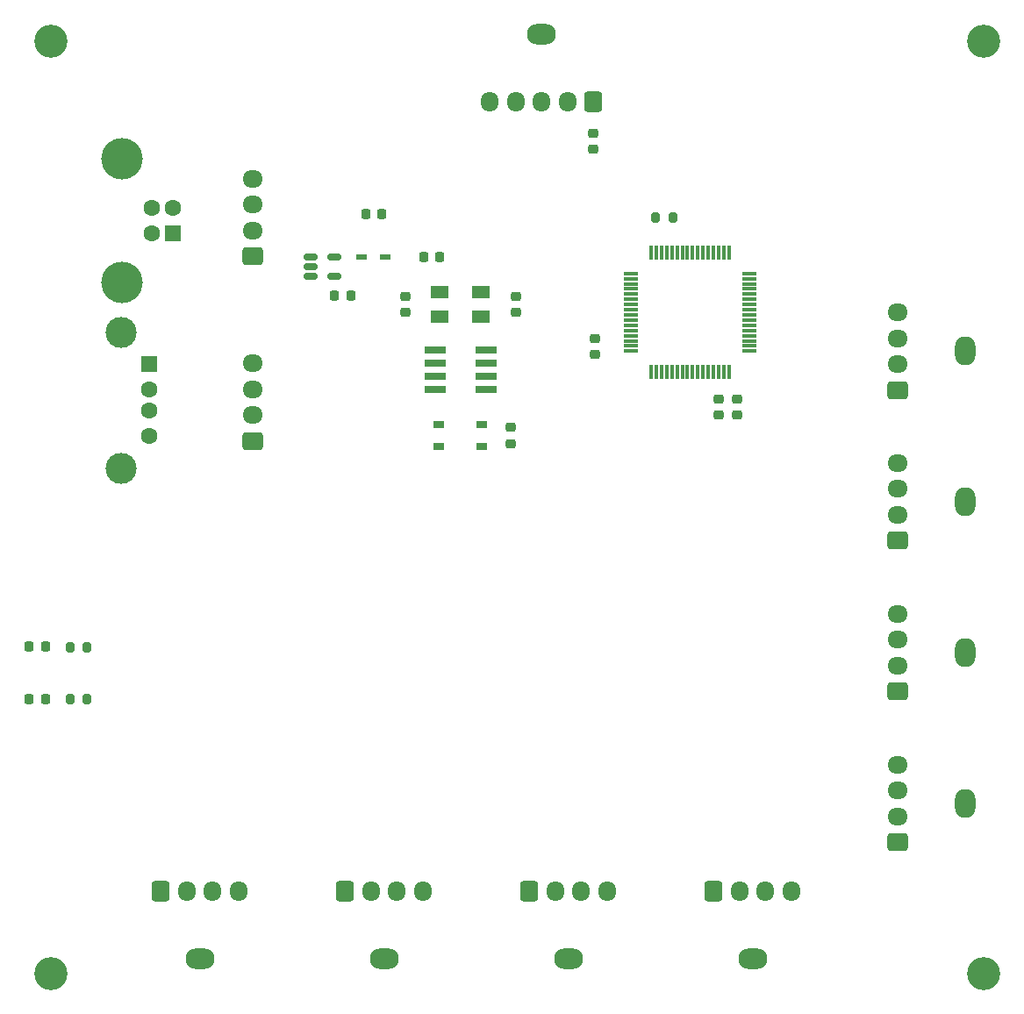
<source format=gts>
%TF.GenerationSoftware,KiCad,Pcbnew,7.0.7*%
%TF.CreationDate,2024-02-18T11:13:52+09:00*%
%TF.ProjectId,ALTAIR_MDD_V1-backups,414c5441-4952-45f4-9d44-445f56312d62,rev?*%
%TF.SameCoordinates,Original*%
%TF.FileFunction,Soldermask,Top*%
%TF.FilePolarity,Negative*%
%FSLAX46Y46*%
G04 Gerber Fmt 4.6, Leading zero omitted, Abs format (unit mm)*
G04 Created by KiCad (PCBNEW 7.0.7) date 2024-02-18 11:13:52*
%MOMM*%
%LPD*%
G01*
G04 APERTURE LIST*
G04 Aperture macros list*
%AMRoundRect*
0 Rectangle with rounded corners*
0 $1 Rounding radius*
0 $2 $3 $4 $5 $6 $7 $8 $9 X,Y pos of 4 corners*
0 Add a 4 corners polygon primitive as box body*
4,1,4,$2,$3,$4,$5,$6,$7,$8,$9,$2,$3,0*
0 Add four circle primitives for the rounded corners*
1,1,$1+$1,$2,$3*
1,1,$1+$1,$4,$5*
1,1,$1+$1,$6,$7*
1,1,$1+$1,$8,$9*
0 Add four rect primitives between the rounded corners*
20,1,$1+$1,$2,$3,$4,$5,0*
20,1,$1+$1,$4,$5,$6,$7,0*
20,1,$1+$1,$6,$7,$8,$9,0*
20,1,$1+$1,$8,$9,$2,$3,0*%
G04 Aperture macros list end*
%ADD10O,2.000000X2.800000*%
%ADD11RoundRect,0.250000X0.725000X-0.600000X0.725000X0.600000X-0.725000X0.600000X-0.725000X-0.600000X0*%
%ADD12O,1.950000X1.700000*%
%ADD13R,1.085000X0.550000*%
%ADD14RoundRect,0.225000X-0.250000X0.225000X-0.250000X-0.225000X0.250000X-0.225000X0.250000X0.225000X0*%
%ADD15O,2.800000X2.000000*%
%ADD16RoundRect,0.250000X-0.600000X-0.725000X0.600000X-0.725000X0.600000X0.725000X-0.600000X0.725000X0*%
%ADD17O,1.700000X1.950000*%
%ADD18R,1.800000X1.200000*%
%ADD19RoundRect,0.200000X-0.200000X-0.275000X0.200000X-0.275000X0.200000X0.275000X-0.200000X0.275000X0*%
%ADD20RoundRect,0.225000X0.250000X-0.225000X0.250000X0.225000X-0.250000X0.225000X-0.250000X-0.225000X0*%
%ADD21RoundRect,0.218750X-0.218750X-0.256250X0.218750X-0.256250X0.218750X0.256250X-0.218750X0.256250X0*%
%ADD22R,1.500000X1.600000*%
%ADD23C,1.600000*%
%ADD24C,3.000000*%
%ADD25C,3.200000*%
%ADD26R,1.475000X0.300000*%
%ADD27R,0.300000X1.475000*%
%ADD28RoundRect,0.225000X-0.225000X-0.250000X0.225000X-0.250000X0.225000X0.250000X-0.225000X0.250000X0*%
%ADD29R,1.600000X1.600000*%
%ADD30C,4.000000*%
%ADD31RoundRect,0.150000X-0.512500X-0.150000X0.512500X-0.150000X0.512500X0.150000X-0.512500X0.150000X0*%
%ADD32RoundRect,0.250000X0.600000X0.725000X-0.600000X0.725000X-0.600000X-0.725000X0.600000X-0.725000X0*%
%ADD33R,1.050000X0.650000*%
%ADD34RoundRect,0.050800X0.985000X0.295000X-0.985000X0.295000X-0.985000X-0.295000X0.985000X-0.295000X0*%
G04 APERTURE END LIST*
D10*
%TO.C,J4*%
X198270000Y-79950000D03*
D11*
X191770000Y-83700000D03*
D12*
X191770000Y-81200000D03*
X191770000Y-78700000D03*
X191770000Y-76200000D03*
%TD*%
D10*
%TO.C,J3*%
X198270000Y-94500000D03*
D11*
X191770000Y-98250000D03*
D12*
X191770000Y-95750000D03*
X191770000Y-93250000D03*
X191770000Y-90750000D03*
%TD*%
D10*
%TO.C,J2*%
X198270000Y-109050000D03*
D11*
X191770000Y-112800000D03*
D12*
X191770000Y-110300000D03*
X191770000Y-107800000D03*
X191770000Y-105300000D03*
%TD*%
D10*
%TO.C,J1*%
X198270000Y-123600000D03*
D11*
X191770000Y-127350000D03*
D12*
X191770000Y-124850000D03*
X191770000Y-122350000D03*
X191770000Y-119850000D03*
%TD*%
D13*
%TO.C,D1*%
X142304700Y-70876200D03*
X140024700Y-70876200D03*
%TD*%
D14*
%TO.C,C7*%
X176276000Y-84582000D03*
X176276000Y-86132000D03*
%TD*%
D15*
%TO.C,J5*%
X124400000Y-138580000D03*
D16*
X120650000Y-132080000D03*
D17*
X123150000Y-132080000D03*
X125650000Y-132080000D03*
X128150000Y-132080000D03*
%TD*%
D18*
%TO.C,Q1*%
X151563000Y-74251000D03*
X147563000Y-74251000D03*
X147563000Y-76651000D03*
X151563000Y-76651000D03*
%TD*%
D19*
%TO.C,R1*%
X111888000Y-108518000D03*
X113538000Y-108518000D03*
%TD*%
D20*
%TO.C,C1*%
X154940000Y-76215000D03*
X154940000Y-74665000D03*
%TD*%
D21*
%TO.C,LED1*%
X107915500Y-108458000D03*
X109490500Y-108458000D03*
%TD*%
D22*
%TO.C,J11*%
X119550000Y-81175000D03*
D23*
X119550000Y-83675000D03*
X119550000Y-85675000D03*
X119550000Y-88175000D03*
D24*
X116840000Y-78105000D03*
X116840000Y-91245000D03*
%TD*%
D19*
%TO.C,R4*%
X168402000Y-67056000D03*
X170052000Y-67056000D03*
%TD*%
D11*
%TO.C,J14*%
X129540000Y-70805000D03*
D12*
X129540000Y-68305000D03*
X129540000Y-65805000D03*
X129540000Y-63305000D03*
%TD*%
D25*
%TO.C,REF\u002A\u002A*%
X200000000Y-50000000D03*
%TD*%
D15*
%TO.C,J8*%
X177740000Y-138580000D03*
D16*
X173990000Y-132080000D03*
D17*
X176490000Y-132080000D03*
X178990000Y-132080000D03*
X181490000Y-132080000D03*
%TD*%
D14*
%TO.C,C4*%
X162400000Y-58928000D03*
X162400000Y-60478000D03*
%TD*%
D26*
%TO.C,U3*%
X165966000Y-72450000D03*
X165966000Y-72950000D03*
X165966000Y-73450000D03*
X165966000Y-73950000D03*
X165966000Y-74450000D03*
X165966000Y-74950000D03*
X165966000Y-75450000D03*
X165966000Y-75950000D03*
X165966000Y-76450000D03*
X165966000Y-76950000D03*
X165966000Y-77450000D03*
X165966000Y-77950000D03*
X165966000Y-78450000D03*
X165966000Y-78950000D03*
X165966000Y-79450000D03*
X165966000Y-79950000D03*
D27*
X167954000Y-81938000D03*
X168454000Y-81938000D03*
X168954000Y-81938000D03*
X169454000Y-81938000D03*
X169954000Y-81938000D03*
X170454000Y-81938000D03*
X170954000Y-81938000D03*
X171454000Y-81938000D03*
X171954000Y-81938000D03*
X172454000Y-81938000D03*
X172954000Y-81938000D03*
X173454000Y-81938000D03*
X173954000Y-81938000D03*
X174454000Y-81938000D03*
X174954000Y-81938000D03*
X175454000Y-81938000D03*
D26*
X177442000Y-79950000D03*
X177442000Y-79450000D03*
X177442000Y-78950000D03*
X177442000Y-78450000D03*
X177442000Y-77950000D03*
X177442000Y-77450000D03*
X177442000Y-76950000D03*
X177442000Y-76450000D03*
X177442000Y-75950000D03*
X177442000Y-75450000D03*
X177442000Y-74950000D03*
X177442000Y-74450000D03*
X177442000Y-73950000D03*
X177442000Y-73450000D03*
X177442000Y-72950000D03*
X177442000Y-72450000D03*
D27*
X175454000Y-70462000D03*
X174954000Y-70462000D03*
X174454000Y-70462000D03*
X173954000Y-70462000D03*
X173454000Y-70462000D03*
X172954000Y-70462000D03*
X172454000Y-70462000D03*
X171954000Y-70462000D03*
X171454000Y-70462000D03*
X170954000Y-70462000D03*
X170454000Y-70462000D03*
X169954000Y-70462000D03*
X169454000Y-70462000D03*
X168954000Y-70462000D03*
X168454000Y-70462000D03*
X167954000Y-70462000D03*
%TD*%
D28*
%TO.C,C5*%
X146024000Y-70866000D03*
X147574000Y-70866000D03*
%TD*%
D29*
%TO.C,J12*%
X121787500Y-68595000D03*
D23*
X121787500Y-66095000D03*
X119787500Y-66095000D03*
X119787500Y-68595000D03*
D30*
X116927500Y-73345000D03*
X116927500Y-61345000D03*
%TD*%
D31*
%TO.C,U1*%
X135128000Y-70866000D03*
X135128000Y-71816000D03*
X135128000Y-72766000D03*
X137403000Y-72766000D03*
X137403000Y-70866000D03*
%TD*%
D21*
%TO.C,LED2*%
X107915500Y-113538000D03*
X109490500Y-113538000D03*
%TD*%
D15*
%TO.C,J10*%
X157400000Y-49380000D03*
D32*
X162400000Y-55880000D03*
D17*
X159900000Y-55880000D03*
X157400000Y-55880000D03*
X154900000Y-55880000D03*
X152400000Y-55880000D03*
%TD*%
D11*
%TO.C,J13*%
X129540000Y-88645000D03*
D12*
X129540000Y-86145000D03*
X129540000Y-83645000D03*
X129540000Y-81145000D03*
%TD*%
D25*
%TO.C,REF\u002A\u002A*%
X200000000Y-140000000D03*
%TD*%
%TO.C,REF\u002A\u002A*%
X110000000Y-50000000D03*
%TD*%
D33*
%TO.C,S1*%
X147488000Y-87006000D03*
X151638000Y-87006000D03*
X147488000Y-89156000D03*
X151638000Y-89156000D03*
%TD*%
D15*
%TO.C,J6*%
X142180000Y-138580000D03*
D16*
X138430000Y-132080000D03*
D17*
X140930000Y-132080000D03*
X143430000Y-132080000D03*
X145930000Y-132080000D03*
%TD*%
D34*
%TO.C,S2*%
X152038000Y-83636000D03*
X152038000Y-82366000D03*
X152038000Y-81096000D03*
X152038000Y-79826000D03*
X147088000Y-79826000D03*
X147088000Y-81096000D03*
X147088000Y-82366000D03*
X147088000Y-83636000D03*
%TD*%
D14*
%TO.C,C2*%
X144272000Y-74676000D03*
X144272000Y-76226000D03*
%TD*%
D28*
%TO.C,C10*%
X140436000Y-66675000D03*
X141986000Y-66675000D03*
%TD*%
%TO.C,C11*%
X137408500Y-74610000D03*
X138958500Y-74610000D03*
%TD*%
D19*
%TO.C,R2*%
X111888000Y-113538000D03*
X113538000Y-113538000D03*
%TD*%
D20*
%TO.C,C8*%
X154432000Y-88856000D03*
X154432000Y-87306000D03*
%TD*%
D15*
%TO.C,J7*%
X159960000Y-138580000D03*
D16*
X156210000Y-132080000D03*
D17*
X158710000Y-132080000D03*
X161210000Y-132080000D03*
X163710000Y-132080000D03*
%TD*%
D25*
%TO.C,REF\u002A\u002A*%
X110000000Y-140000000D03*
%TD*%
D14*
%TO.C,C3*%
X174498000Y-84582000D03*
X174498000Y-86132000D03*
%TD*%
D20*
%TO.C,C6*%
X162560000Y-80264000D03*
X162560000Y-78714000D03*
%TD*%
M02*

</source>
